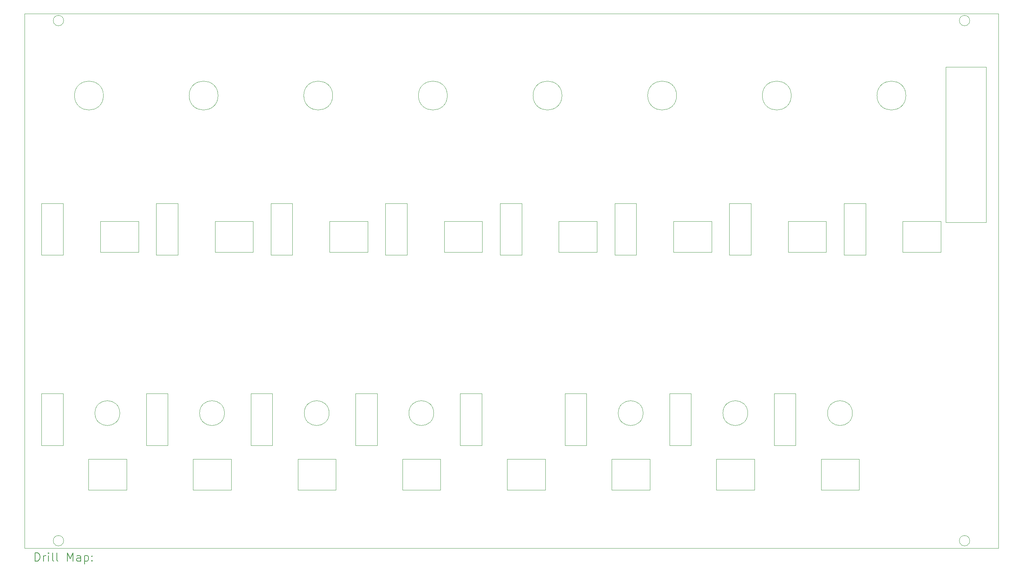
<source format=gbr>
%TF.GenerationSoftware,KiCad,Pcbnew,8.0.8-8.0.8-0~ubuntu24.04.1*%
%TF.CreationDate,2025-02-27T08:35:00-05:00*%
%TF.ProjectId,Oblique Pallette 5x Eurorack Faceplate,4f626c69-7175-4652-9050-616c6c657474,rev?*%
%TF.SameCoordinates,Original*%
%TF.FileFunction,Drillmap*%
%TF.FilePolarity,Positive*%
%FSLAX45Y45*%
G04 Gerber Fmt 4.5, Leading zero omitted, Abs format (unit mm)*
G04 Created by KiCad (PCBNEW 8.0.8-8.0.8-0~ubuntu24.04.1) date 2025-02-27 08:35:00*
%MOMM*%
%LPD*%
G01*
G04 APERTURE LIST*
%ADD10C,0.100000*%
%ADD11C,0.050000*%
%ADD12C,0.200000*%
G04 APERTURE END LIST*
D10*
X15789247Y-8062447D02*
X16709247Y-8062447D01*
X16709247Y-8812447D01*
X15789247Y-8812447D01*
X15789247Y-8062447D01*
X8358889Y-12224496D02*
X8878889Y-12224496D01*
X8878889Y-13474496D01*
X8358889Y-13474496D01*
X8358889Y-12224496D01*
X4801137Y-5028447D02*
G75*
G02*
X4103756Y-5028447I-348690J0D01*
G01*
X4103756Y-5028447D02*
G75*
G02*
X4801137Y-5028447I348690J0D01*
G01*
X21320647Y-8062447D02*
X22240647Y-8062447D01*
X22240647Y-8812447D01*
X21320647Y-8812447D01*
X21320647Y-8062447D01*
D11*
X25701447Y-15774447D02*
G75*
G02*
X25451447Y-15774447I-125000J0D01*
G01*
X25451447Y-15774447D02*
G75*
G02*
X25701447Y-15774447I125000J0D01*
G01*
D10*
X22669347Y-7630047D02*
X23189347Y-7630047D01*
X23189347Y-8880047D01*
X22669347Y-8880047D01*
X22669347Y-7630047D01*
X6075147Y-7630047D02*
X6595147Y-7630047D01*
X6595147Y-8880047D01*
X6075147Y-8880047D01*
X6075147Y-7630047D01*
X6965505Y-13800473D02*
X7885505Y-13800473D01*
X7885505Y-14550473D01*
X6965505Y-14550473D01*
X6965505Y-13800473D01*
X21395337Y-5028447D02*
G75*
G02*
X20697956Y-5028447I-348690J0D01*
G01*
X20697956Y-5028447D02*
G75*
G02*
X21395337Y-5028447I348690J0D01*
G01*
X17821447Y-12694447D02*
G75*
G02*
X17221447Y-12694447I-300000J0D01*
G01*
X17221447Y-12694447D02*
G75*
G02*
X17821447Y-12694447I300000J0D01*
G01*
X8840847Y-7630047D02*
X9360847Y-7630047D01*
X9360847Y-8880047D01*
X8840847Y-8880047D01*
X8840847Y-7630047D01*
X20983889Y-12224496D02*
X21503889Y-12224496D01*
X21503889Y-13474496D01*
X20983889Y-13474496D01*
X20983889Y-12224496D01*
X15863937Y-5028447D02*
G75*
G02*
X15166556Y-5028447I-348690J0D01*
G01*
X15166556Y-5028447D02*
G75*
G02*
X15863937Y-5028447I348690J0D01*
G01*
X10246447Y-12694447D02*
G75*
G02*
X9646447Y-12694447I-300000J0D01*
G01*
X9646447Y-12694447D02*
G75*
G02*
X10246447Y-12694447I300000J0D01*
G01*
X11606547Y-7630047D02*
X12126547Y-7630047D01*
X12126547Y-8880047D01*
X11606547Y-8880047D01*
X11606547Y-7630047D01*
X24161037Y-5028447D02*
G75*
G02*
X23463656Y-5028447I-348690J0D01*
G01*
X23463656Y-5028447D02*
G75*
G02*
X24161037Y-5028447I348690J0D01*
G01*
X22871447Y-12694447D02*
G75*
G02*
X22271447Y-12694447I-300000J0D01*
G01*
X22271447Y-12694447D02*
G75*
G02*
X22871447Y-12694447I300000J0D01*
G01*
X25126447Y-4337447D02*
X26096447Y-4337447D01*
X26096447Y-8087447D01*
X25126447Y-8087447D01*
X25126447Y-4337447D01*
X24086347Y-8062447D02*
X25006347Y-8062447D01*
X25006347Y-8812447D01*
X24086347Y-8812447D01*
X24086347Y-8062447D01*
X18554947Y-8062447D02*
X19474947Y-8062447D01*
X19474947Y-8812447D01*
X18554947Y-8812447D01*
X18554947Y-8062447D01*
X5196447Y-12694447D02*
G75*
G02*
X4596447Y-12694447I-300000J0D01*
G01*
X4596447Y-12694447D02*
G75*
G02*
X5196447Y-12694447I300000J0D01*
G01*
X10332537Y-5028447D02*
G75*
G02*
X9635156Y-5028447I-348690J0D01*
G01*
X9635156Y-5028447D02*
G75*
G02*
X10332537Y-5028447I348690J0D01*
G01*
X12015505Y-13800473D02*
X12935505Y-13800473D01*
X12935505Y-14550473D01*
X12015505Y-14550473D01*
X12015505Y-13800473D01*
X7492147Y-8062447D02*
X8412147Y-8062447D01*
X8412147Y-8812447D01*
X7492147Y-8812447D01*
X7492147Y-8062447D01*
X17137947Y-7630047D02*
X17657947Y-7630047D01*
X17657947Y-8880047D01*
X17137947Y-8880047D01*
X17137947Y-7630047D01*
X18629637Y-5028447D02*
G75*
G02*
X17932256Y-5028447I-348690J0D01*
G01*
X17932256Y-5028447D02*
G75*
G02*
X18629637Y-5028447I348690J0D01*
G01*
X19590506Y-13800473D02*
X20510506Y-13800473D01*
X20510506Y-14550473D01*
X19590506Y-14550473D01*
X19590506Y-13800473D01*
X14372247Y-7630047D02*
X14892247Y-7630047D01*
X14892247Y-8880047D01*
X14372247Y-8880047D01*
X14372247Y-7630047D01*
D11*
X3841447Y-15774447D02*
G75*
G02*
X3591447Y-15774447I-125000J0D01*
G01*
X3591447Y-15774447D02*
G75*
G02*
X3841447Y-15774447I125000J0D01*
G01*
D10*
X20346447Y-12694447D02*
G75*
G02*
X19746447Y-12694447I-300000J0D01*
G01*
X19746447Y-12694447D02*
G75*
G02*
X20346447Y-12694447I300000J0D01*
G01*
X4726447Y-8062447D02*
X5646447Y-8062447D01*
X5646447Y-8812447D01*
X4726447Y-8812447D01*
X4726447Y-8062447D01*
X3309447Y-7630047D02*
X3829447Y-7630047D01*
X3829447Y-8880047D01*
X3309447Y-8880047D01*
X3309447Y-7630047D01*
X15933889Y-12224496D02*
X16453889Y-12224496D01*
X16453889Y-13474496D01*
X15933889Y-13474496D01*
X15933889Y-12224496D01*
D11*
X25701447Y-3218447D02*
G75*
G02*
X25451447Y-3218447I-125000J0D01*
G01*
X25451447Y-3218447D02*
G75*
G02*
X25701447Y-3218447I125000J0D01*
G01*
D10*
X17065506Y-13800473D02*
X17985506Y-13800473D01*
X17985506Y-14550473D01*
X17065506Y-14550473D01*
X17065506Y-13800473D01*
X4440506Y-13800473D02*
X5360506Y-13800473D01*
X5360506Y-14550473D01*
X4440506Y-14550473D01*
X4440506Y-13800473D01*
X19903647Y-7630047D02*
X20423647Y-7630047D01*
X20423647Y-8880047D01*
X19903647Y-8880047D01*
X19903647Y-7630047D01*
X14540505Y-13800473D02*
X15460505Y-13800473D01*
X15460505Y-14550473D01*
X14540505Y-14550473D01*
X14540505Y-13800473D01*
X7566837Y-5028447D02*
G75*
G02*
X6869456Y-5028447I-348690J0D01*
G01*
X6869456Y-5028447D02*
G75*
G02*
X7566837Y-5028447I348690J0D01*
G01*
X7721447Y-12694447D02*
G75*
G02*
X7121447Y-12694447I-300000J0D01*
G01*
X7121447Y-12694447D02*
G75*
G02*
X7721447Y-12694447I300000J0D01*
G01*
X13408889Y-12224496D02*
X13928889Y-12224496D01*
X13928889Y-13474496D01*
X13408889Y-13474496D01*
X13408889Y-12224496D01*
X3308889Y-12224496D02*
X3828889Y-12224496D01*
X3828889Y-13474496D01*
X3308889Y-13474496D01*
X3308889Y-12224496D01*
X10257847Y-8062447D02*
X11177847Y-8062447D01*
X11177847Y-8812447D01*
X10257847Y-8812447D01*
X10257847Y-8062447D01*
D11*
X3841447Y-3218447D02*
G75*
G02*
X3591447Y-3218447I-125000J0D01*
G01*
X3591447Y-3218447D02*
G75*
G02*
X3841447Y-3218447I125000J0D01*
G01*
D10*
X13098237Y-5028447D02*
G75*
G02*
X12400856Y-5028447I-348690J0D01*
G01*
X12400856Y-5028447D02*
G75*
G02*
X13098237Y-5028447I348690J0D01*
G01*
X22115506Y-13800473D02*
X23035505Y-13800473D01*
X23035505Y-14550473D01*
X22115506Y-14550473D01*
X22115506Y-13800473D01*
X10883889Y-12224496D02*
X11403889Y-12224496D01*
X11403889Y-13474496D01*
X10883889Y-13474496D01*
X10883889Y-12224496D01*
X12771447Y-12694447D02*
G75*
G02*
X12171447Y-12694447I-300000J0D01*
G01*
X12171447Y-12694447D02*
G75*
G02*
X12771447Y-12694447I300000J0D01*
G01*
X18458889Y-12224496D02*
X18978889Y-12224496D01*
X18978889Y-13474496D01*
X18458889Y-13474496D01*
X18458889Y-12224496D01*
X5833889Y-12224496D02*
X6353889Y-12224496D01*
X6353889Y-13474496D01*
X5833889Y-13474496D01*
X5833889Y-12224496D01*
X9490506Y-13800473D02*
X10410506Y-13800473D01*
X10410506Y-14550473D01*
X9490506Y-14550473D01*
X9490506Y-13800473D01*
X13023547Y-8062447D02*
X13943547Y-8062447D01*
X13943547Y-8812447D01*
X13023547Y-8812447D01*
X13023547Y-8062447D01*
D11*
X2896447Y-3051800D02*
X26396447Y-3051800D01*
X26396447Y-15951800D01*
X2896447Y-15951800D01*
X2896447Y-3051800D01*
D12*
X3154723Y-16265784D02*
X3154723Y-16065784D01*
X3154723Y-16065784D02*
X3202342Y-16065784D01*
X3202342Y-16065784D02*
X3230914Y-16075308D01*
X3230914Y-16075308D02*
X3249961Y-16094355D01*
X3249961Y-16094355D02*
X3259485Y-16113403D01*
X3259485Y-16113403D02*
X3269009Y-16151498D01*
X3269009Y-16151498D02*
X3269009Y-16180069D01*
X3269009Y-16180069D02*
X3259485Y-16218165D01*
X3259485Y-16218165D02*
X3249961Y-16237212D01*
X3249961Y-16237212D02*
X3230914Y-16256260D01*
X3230914Y-16256260D02*
X3202342Y-16265784D01*
X3202342Y-16265784D02*
X3154723Y-16265784D01*
X3354723Y-16265784D02*
X3354723Y-16132450D01*
X3354723Y-16170546D02*
X3364247Y-16151498D01*
X3364247Y-16151498D02*
X3373771Y-16141974D01*
X3373771Y-16141974D02*
X3392819Y-16132450D01*
X3392819Y-16132450D02*
X3411866Y-16132450D01*
X3478533Y-16265784D02*
X3478533Y-16132450D01*
X3478533Y-16065784D02*
X3469009Y-16075308D01*
X3469009Y-16075308D02*
X3478533Y-16084831D01*
X3478533Y-16084831D02*
X3488057Y-16075308D01*
X3488057Y-16075308D02*
X3478533Y-16065784D01*
X3478533Y-16065784D02*
X3478533Y-16084831D01*
X3602342Y-16265784D02*
X3583295Y-16256260D01*
X3583295Y-16256260D02*
X3573771Y-16237212D01*
X3573771Y-16237212D02*
X3573771Y-16065784D01*
X3707104Y-16265784D02*
X3688057Y-16256260D01*
X3688057Y-16256260D02*
X3678533Y-16237212D01*
X3678533Y-16237212D02*
X3678533Y-16065784D01*
X3935676Y-16265784D02*
X3935676Y-16065784D01*
X3935676Y-16065784D02*
X4002342Y-16208641D01*
X4002342Y-16208641D02*
X4069009Y-16065784D01*
X4069009Y-16065784D02*
X4069009Y-16265784D01*
X4249962Y-16265784D02*
X4249962Y-16161022D01*
X4249962Y-16161022D02*
X4240438Y-16141974D01*
X4240438Y-16141974D02*
X4221390Y-16132450D01*
X4221390Y-16132450D02*
X4183295Y-16132450D01*
X4183295Y-16132450D02*
X4164247Y-16141974D01*
X4249962Y-16256260D02*
X4230914Y-16265784D01*
X4230914Y-16265784D02*
X4183295Y-16265784D01*
X4183295Y-16265784D02*
X4164247Y-16256260D01*
X4164247Y-16256260D02*
X4154723Y-16237212D01*
X4154723Y-16237212D02*
X4154723Y-16218165D01*
X4154723Y-16218165D02*
X4164247Y-16199117D01*
X4164247Y-16199117D02*
X4183295Y-16189593D01*
X4183295Y-16189593D02*
X4230914Y-16189593D01*
X4230914Y-16189593D02*
X4249962Y-16180069D01*
X4345200Y-16132450D02*
X4345200Y-16332450D01*
X4345200Y-16141974D02*
X4364247Y-16132450D01*
X4364247Y-16132450D02*
X4402343Y-16132450D01*
X4402343Y-16132450D02*
X4421390Y-16141974D01*
X4421390Y-16141974D02*
X4430914Y-16151498D01*
X4430914Y-16151498D02*
X4440438Y-16170546D01*
X4440438Y-16170546D02*
X4440438Y-16227688D01*
X4440438Y-16227688D02*
X4430914Y-16246736D01*
X4430914Y-16246736D02*
X4421390Y-16256260D01*
X4421390Y-16256260D02*
X4402343Y-16265784D01*
X4402343Y-16265784D02*
X4364247Y-16265784D01*
X4364247Y-16265784D02*
X4345200Y-16256260D01*
X4526152Y-16246736D02*
X4535676Y-16256260D01*
X4535676Y-16256260D02*
X4526152Y-16265784D01*
X4526152Y-16265784D02*
X4516628Y-16256260D01*
X4516628Y-16256260D02*
X4526152Y-16246736D01*
X4526152Y-16246736D02*
X4526152Y-16265784D01*
X4526152Y-16141974D02*
X4535676Y-16151498D01*
X4535676Y-16151498D02*
X4526152Y-16161022D01*
X4526152Y-16161022D02*
X4516628Y-16151498D01*
X4516628Y-16151498D02*
X4526152Y-16141974D01*
X4526152Y-16141974D02*
X4526152Y-16161022D01*
M02*

</source>
